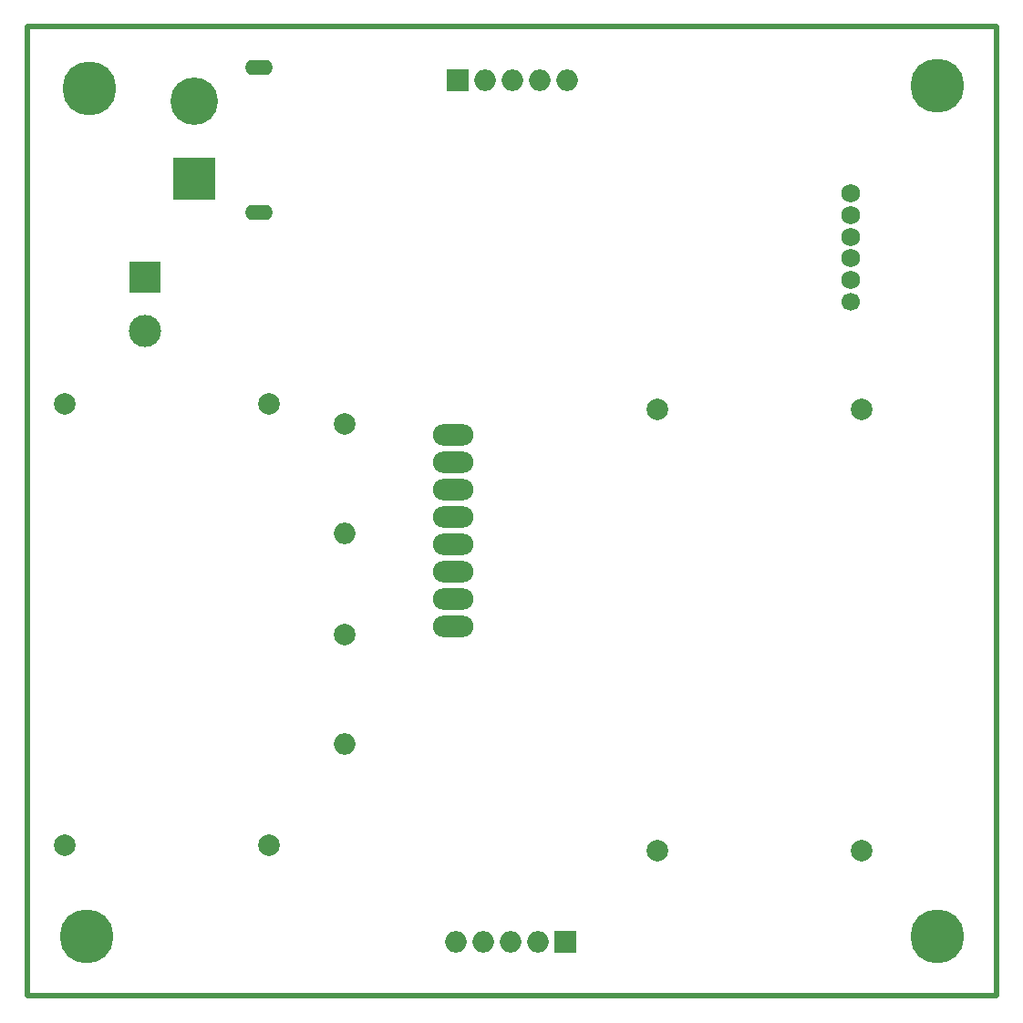
<source format=gbr>
%TF.GenerationSoftware,KiCad,Pcbnew,7.0.7*%
%TF.CreationDate,2023-11-09T15:51:25-05:00*%
%TF.ProjectId,CubeSatPower,43756265-5361-4745-906f-7765722e6b69,rev?*%
%TF.SameCoordinates,Original*%
%TF.FileFunction,Soldermask,Bot*%
%TF.FilePolarity,Negative*%
%FSLAX46Y46*%
G04 Gerber Fmt 4.6, Leading zero omitted, Abs format (unit mm)*
G04 Created by KiCad (PCBNEW 7.0.7) date 2023-11-09 15:51:25*
%MOMM*%
%LPD*%
G01*
G04 APERTURE LIST*
G04 Aperture macros list*
%AMRoundRect*
0 Rectangle with rounded corners*
0 $1 Rounding radius*
0 $2 $3 $4 $5 $6 $7 $8 $9 X,Y pos of 4 corners*
0 Add a 4 corners polygon primitive as box body*
4,1,4,$2,$3,$4,$5,$6,$7,$8,$9,$2,$3,0*
0 Add four circle primitives for the rounded corners*
1,1,$1+$1,$2,$3*
1,1,$1+$1,$4,$5*
1,1,$1+$1,$6,$7*
1,1,$1+$1,$8,$9*
0 Add four rect primitives between the rounded corners*
20,1,$1+$1,$2,$3,$4,$5,0*
20,1,$1+$1,$4,$5,$6,$7,0*
20,1,$1+$1,$6,$7,$8,$9,0*
20,1,$1+$1,$8,$9,$2,$3,0*%
G04 Aperture macros list end*
%ADD10R,3.000000X3.000000*%
%ADD11C,3.000000*%
%ADD12C,2.000000*%
%ADD13O,2.000000X2.000000*%
%ADD14R,2.000000X2.000000*%
%ADD15C,5.000000*%
%ADD16RoundRect,0.102000X-1.858000X1.858000X-1.858000X-1.858000X1.858000X-1.858000X1.858000X1.858000X0*%
%ADD17C,4.404000*%
%ADD18O,2.604000X1.404000*%
%ADD19O,3.760000X1.982000*%
%ADD20C,1.750000*%
%ADD21C,1.700000*%
%TA.AperFunction,Profile*%
%ADD22C,0.500000*%
%TD*%
G04 APERTURE END LIST*
D10*
%TO.C,J4*%
X60945000Y-48250000D03*
D11*
X60945000Y-53250000D03*
%TD*%
D12*
%TO.C,5vOut1*%
X72500000Y-60000000D03*
X53500000Y-60000000D03*
X72500000Y-101000000D03*
X53500000Y-101000000D03*
%TD*%
D13*
%TO.C,J2*%
X97460000Y-110000000D03*
X94920000Y-110000000D03*
X92380000Y-110000000D03*
X89840000Y-110000000D03*
D14*
X100000000Y-110000000D03*
%TD*%
D15*
%TO.C,H2*%
X55500000Y-109500000D03*
%TD*%
%TO.C,H4*%
X134500000Y-109500000D03*
%TD*%
%TO.C,H3*%
X134500000Y-30500000D03*
%TD*%
D16*
%TO.C,J1*%
X65500000Y-39100000D03*
D17*
X65500000Y-31900000D03*
D18*
X71500000Y-42250000D03*
X71500000Y-28750000D03*
%TD*%
D12*
%TO.C,3_3VOut1*%
X127500000Y-60500000D03*
X108500000Y-60500000D03*
X127500000Y-101500000D03*
X108500000Y-101500000D03*
%TD*%
%TO.C,R1*%
X79500000Y-61920000D03*
D13*
X79500000Y-72080000D03*
%TD*%
D15*
%TO.C,H1*%
X55750000Y-30750000D03*
%TD*%
D14*
%TO.C,J3*%
X90000000Y-30000000D03*
D13*
X92540000Y-30000000D03*
X95080000Y-30000000D03*
X97620000Y-30000000D03*
X100160000Y-30000000D03*
%TD*%
D19*
%TO.C,U2*%
X89602500Y-78167500D03*
X89602500Y-65467500D03*
X89602500Y-80707500D03*
X89602500Y-68007500D03*
X89602500Y-70547500D03*
X89602500Y-62927500D03*
X89602500Y-75627500D03*
X89602500Y-73087500D03*
%TD*%
D20*
%TO.C,U1*%
X126500000Y-40500000D03*
X126500000Y-42500000D03*
X126500000Y-44500000D03*
X126500000Y-46500000D03*
X126500000Y-48500000D03*
D21*
X126500000Y-50500000D03*
%TD*%
D12*
%TO.C,R2*%
X79500000Y-81420000D03*
D13*
X79500000Y-91580000D03*
%TD*%
D22*
X50000000Y-25000000D02*
X140000000Y-25000000D01*
X140000000Y-115000000D01*
X50000000Y-115000000D01*
X50000000Y-25000000D01*
M02*

</source>
